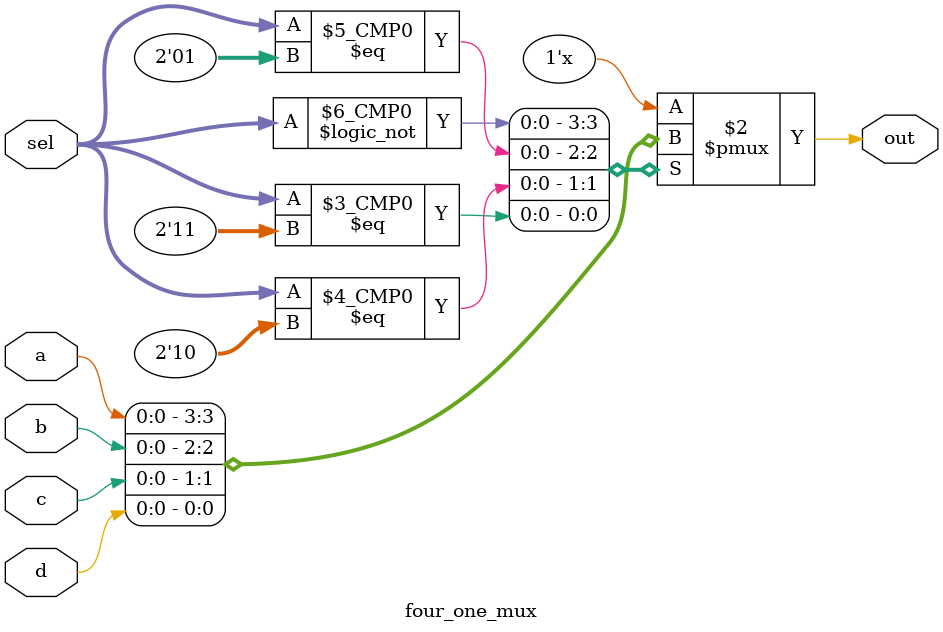
<source format=v>
`timescale 1ns / 1ps


module four_one_mux(
    input a,
    input b,
    input c,
    input d,
    input [1:0]sel,
    output reg out
    );
    always @(*) begin 
    case(sel)
    2'b00: out = a;
    2'b01: out = b;
    2'b10: out = c;
    2'b11: out = d;
    default: out = a;
    endcase
    end
endmodule

</source>
